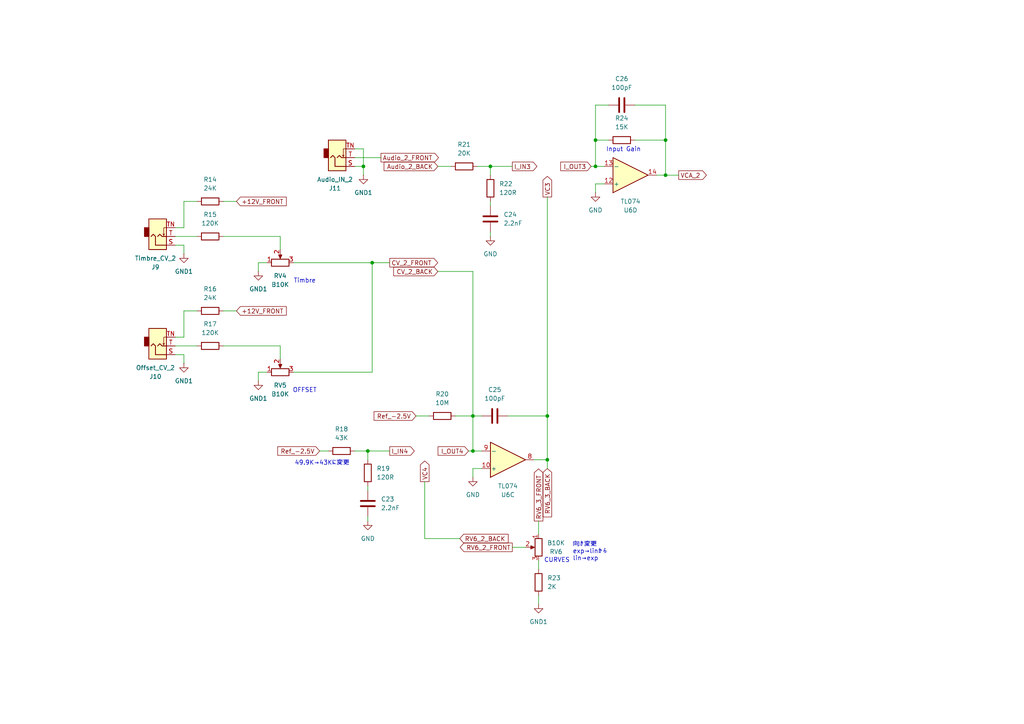
<source format=kicad_sch>
(kicad_sch (version 20250114) (generator "eeschema") (generator_version "9.0")
  (paper "A4")
  (title_block (title "Dual Timbre VCA Section") (date "2025-06-08") (rev "1.1") (company "StudioKAT"))
  (lib_symbols
    (symbol "Amplifier_Operational:TL074" (pin_names (offset 0.127))
      (property "Reference" "U" (at 0 5.08 0))
      (property "Value" "TL074" (at 0 -5.08 0))
      (symbol "TL074_1_1"
        (polyline (pts (xy -5.08 5.08) (xy 5.08 0) (xy -5.08 -5.08) (xy -5.08 5.08)) (stroke (width 0.254)) (fill (type background)))
        (pin input line (at -7.62 2.54 0) (length 2.54) (name "+") (number "3"))
        (pin input line (at -7.62 -2.54 0) (length 2.54) (name "-") (number "2"))
        (pin output line (at 7.62 0 180) (length 2.54) (name "~") (number "1"))
      )
      (symbol "TL074_2_1"
        (polyline (pts (xy -5.08 5.08) (xy 5.08 0) (xy -5.08 -5.08) (xy -5.08 5.08)) (stroke (width 0.254)) (fill (type background)))
        (pin input line (at -7.62 2.54 0) (length 2.54) (name "+") (number "5"))
        (pin input line (at -7.62 -2.54 0) (length 2.54) (name "-") (number "6"))
        (pin output line (at 7.62 0 180) (length 2.54) (name "~") (number "7"))
      )
      (symbol "TL074_3_1"
        (polyline (pts (xy -5.08 5.08) (xy 5.08 0) (xy -5.08 -5.08) (xy -5.08 5.08)) (stroke (width 0.254)) (fill (type background)))
        (pin input line (at -7.62 2.54 0) (length 2.54) (name "+") (number "10"))
        (pin input line (at -7.62 -2.54 0) (length 2.54) (name "-") (number "9"))
        (pin output line (at 7.62 0 180) (length 2.54) (name "~") (number "8"))
      )
      (symbol "TL074_4_1"
        (polyline (pts (xy -5.08 5.08) (xy 5.08 0) (xy -5.08 -5.08) (xy -5.08 5.08)) (stroke (width 0.254)) (fill (type background)))
        (pin input line (at -7.62 2.54 0) (length 2.54) (name "+") (number "12"))
        (pin input line (at -7.62 -2.54 0) (length 2.54) (name "-") (number "13"))
        (pin output line (at 7.62 0 180) (length 2.54) (name "~") (number "14"))
      )
      (symbol "TL074_5_1"
        (pin power_in line (at -2.54 7.62 270) (length 3.81) (name "V+") (number "4"))
        (pin power_in line (at -2.54 -7.62 90) (length 3.81) (name "V-") (number "11"))
      )
    )
    (symbol "Connector_Audio:AudioJack2_SwitchT"
      (property "Reference" "J" (at 0 8.89 0))
      (property "Value" "AudioJack2_SwitchT" (at 0 6.35 0))
      (symbol "AudioJack2_SwitchT_0_1"
        (rectangle (start -2.54 0) (end -3.81 -2.54) (stroke (width 0.254)) (fill (type outline)))
        (polyline (pts (xy 0 0) (xy 0.635 -0.635) (xy 1.27 0) (xy 2.54 0)) (stroke (width 0.254)))
        (polyline (pts (xy 1.778 -0.254) (xy 2.032 -0.762)))
        (rectangle (start 2.54 3.81) (end -2.54 -5.08) (stroke (width 0.254)) (fill (type background)))
        (polyline (pts (xy 2.54 2.54) (xy -0.635 2.54) (xy -0.635 0) (xy -1.27 -0.635) (xy -1.905 0)) (stroke (width 0.254)))
        (polyline (pts (xy 2.54 -2.54) (xy 1.778 -2.54) (xy 1.778 -0.254) (xy 1.524 -0.762)))
      )
      (symbol "AudioJack2_SwitchT_1_1"
        (pin passive line (at 5.08 2.54 180) (length 2.54) (name "~") (number "S"))
        (pin passive line (at 5.08 0 180) (length 2.54) (name "~") (number "T"))
        (pin passive line (at 5.08 -2.54 180) (length 2.54) (name "~") (number "TN"))
      )
    )
    (symbol "Device:C" (pin_numbers (hide yes)) (pin_names (offset 0.254))
      (property "Reference" "C" (at 0.635 2.54 0))
      (property "Value" "C" (at 0.635 -2.54 0))
      (symbol "C_0_1"
        (polyline (pts (xy -2.032 0.762) (xy 2.032 0.762)) (stroke (width 0.508)))
        (polyline (pts (xy -2.032 -0.762) (xy 2.032 -0.762)) (stroke (width 0.508)))
      )
      (symbol "C_1_1"
        (pin passive line (at 0 3.81 270) (length 2.794) (name "~") (number "1"))
        (pin passive line (at 0 -3.81 90) (length 2.794) (name "~") (number "2"))
      )
    )
    (symbol "Device:R" (pin_numbers (hide yes)) (pin_names (offset 0))
      (property "Reference" "R" (at 2.032 0 90))
      (property "Value" "R" (at 0 0 90))
      (symbol "R_0_1"
        (rectangle (start -1.016 -2.54) (end 1.016 2.54) (stroke (width 0.254)))
      )
      (symbol "R_1_1"
        (pin passive line (at 0 3.81 270) (length 1.27) (name "~") (number "1"))
        (pin passive line (at 0 -3.81 90) (length 1.27) (name "~") (number "2"))
      )
    )
    (symbol "Device:R_Potentiometer" (pin_names (offset 1.016) (hide yes))
      (property "Reference" "RV" (at -4.445 0 90))
      (property "Value" "R_Potentiometer" (at -2.54 0 90))
      (symbol "R_Potentiometer_0_1"
        (rectangle (start 1.016 2.54) (end -1.016 -2.54) (stroke (width 0.254)))
        (polyline (pts (xy 1.143 0) (xy 2.286 0.508) (xy 2.286 -0.508) (xy 1.143 0)) (fill (type outline)))
        (polyline (pts (xy 2.54 0) (xy 1.524 0)))
      )
      (symbol "R_Potentiometer_1_1"
        (pin passive line (at 0 3.81 270) (length 1.27) (name "1") (number "1"))
        (pin passive line (at 0 -3.81 90) (length 1.27) (name "3") (number "3"))
        (pin passive line (at 3.81 0 180) (length 1.27) (name "2") (number "2"))
      )
    )
    (symbol "GND_1" (power) (pin_numbers (hide yes)) (pin_names (offset 0) (hide yes))
      (property "Value" "GND" (at 0 -3.81 0))
      (symbol "GND_1_0_1"
        (polyline (pts (xy 0 0) (xy 0 -1.27) (xy 1.27 -1.27) (xy 0 -2.54) (xy -1.27 -1.27) (xy 0 -1.27)))
      )
      (symbol "GND_1_1_1"
        (pin power_in line (at 0 0 270) (length 0) (name "~") (number "1"))
      )
    )
    (symbol "power:GND" (power) (pin_numbers (hide yes)) (pin_names (offset 0) (hide yes))
      (property "Value" "GND" (at 0 -3.81 0))
      (symbol "GND_0_1"
        (polyline (pts (xy 0 0) (xy 0 -1.27) (xy 1.27 -1.27) (xy 0 -2.54) (xy -1.27 -1.27) (xy 0 -1.27)))
      )
      (symbol "GND_1_1"
        (pin power_in line (at 0 0 270) (length 0) (name "~") (number "1"))
      )
    )
    (symbol "power:GND1" (power) (pin_numbers (hide yes)) (pin_names (offset 0) (hide yes))
      (property "Value" "GND1" (at 0 -3.81 0))
      (symbol "GND1_0_1"
        (polyline (pts (xy 0 0) (xy 0 -1.27) (xy 1.27 -1.27) (xy 0 -2.54) (xy -1.27 -1.27) (xy 0 -1.27)))
      )
      (symbol "GND1_1_1"
        (pin power_in line (at 0 0 270) (length 0) (name "~") (number "1"))
      )
    )
  )
  (text "向き変更\nexp→linから\nlin→exp" (at 166.116 160.02 0) (effects (font (size 1.27 1.27)) (justify left)))
  (text "Timbre" (at 88.392 81.534 0) (effects (font (size 1.27 1.27))))
  (text "OFFSET" (at 88.392 113.284 0) (effects (font (size 1.27 1.27))))
  (text "CURVES" (at 161.544 162.56 0) (effects (font (size 1.27 1.27))))
  (text "Input Gain" (at 180.848 43.434 0) (effects (font (size 1.27 1.27))))
  (text "49.9K→43Kに変更" (at 93.472 134.366 0) (effects (font (size 1.27 1.27))))
  (junction (at 107.95 76.2))
  (junction (at 172.72 48.26))
  (junction (at 158.75 120.65))
  (junction (at 172.72 40.64))
  (junction (at 137.16 130.81))
  (junction (at 193.04 50.8))
  (junction (at 105.41 48.26))
  (junction (at 106.68 130.81))
  (junction (at 193.04 40.64))
  (junction (at 142.24 48.26))
  (junction (at 137.16 120.65))
  (junction (at 158.75 133.35))
  (wire (pts (xy 172.72 40.64) (xy 172.72 48.26)))
  (wire (pts (xy 64.77 100.33) (xy 81.28 100.33)))
  (wire (pts (xy 53.34 58.42) (xy 53.34 66.04)))
  (wire (pts (xy 85.09 107.95) (xy 107.95 107.95)))
  (wire (pts (xy 158.75 120.65) (xy 158.75 133.35)))
  (wire (pts (xy 172.72 40.64) (xy 176.53 40.64)))
  (wire (pts (xy 106.68 140.97) (xy 106.68 142.24)))
  (wire (pts (xy 184.15 30.48) (xy 193.04 30.48)))
  (wire (pts (xy 184.15 40.64) (xy 193.04 40.64)))
  (wire (pts (xy 50.8 102.87) (xy 53.34 102.87)))
  (wire (pts (xy 175.26 53.34) (xy 172.72 53.34)))
  (wire (pts (xy 137.16 135.89) (xy 137.16 138.43)))
  (wire (pts (xy 53.34 97.79) (xy 50.8 97.79)))
  (wire (pts (xy 81.28 100.33) (xy 81.28 104.14)))
  (wire (pts (xy 137.16 120.65) (xy 137.16 130.81)))
  (wire (pts (xy 139.7 135.89) (xy 137.16 135.89)))
  (wire (pts (xy 53.34 90.17) (xy 53.34 97.79)))
  (wire (pts (xy 64.77 58.42) (xy 68.58 58.42)))
  (wire (pts (xy 107.95 76.2) (xy 113.03 76.2)))
  (wire (pts (xy 172.72 53.34) (xy 172.72 55.88)))
  (wire (pts (xy 102.87 130.81) (xy 106.68 130.81)))
  (wire (pts (xy 85.09 76.2) (xy 107.95 76.2)))
  (wire (pts (xy 137.16 78.74) (xy 137.16 120.65)))
  (wire (pts (xy 53.34 102.87) (xy 53.34 105.41)))
  (wire (pts (xy 106.68 130.81) (xy 106.68 133.35)))
  (wire (pts (xy 156.21 162.56) (xy 156.21 165.1)))
  (wire (pts (xy 172.72 30.48) (xy 172.72 40.64)))
  (wire (pts (xy 193.04 30.48) (xy 193.04 40.64)))
  (wire (pts (xy 53.34 66.04) (xy 50.8 66.04)))
  (wire (pts (xy 106.68 130.81) (xy 113.03 130.81)))
  (wire (pts (xy 135.89 130.81) (xy 137.16 130.81)))
  (wire (pts (xy 148.59 158.75) (xy 152.4 158.75)))
  (wire (pts (xy 193.04 40.64) (xy 193.04 50.8)))
  (wire (pts (xy 127 78.74) (xy 137.16 78.74)))
  (wire (pts (xy 172.72 48.26) (xy 175.26 48.26)))
  (wire (pts (xy 171.45 48.26) (xy 172.72 48.26)))
  (wire (pts (xy 120.65 120.65) (xy 124.46 120.65)))
  (wire (pts (xy 142.24 58.42) (xy 142.24 59.69)))
  (wire (pts (xy 64.77 68.58) (xy 81.28 68.58)))
  (wire (pts (xy 133.35 156.21) (xy 123.19 156.21)))
  (wire (pts (xy 139.7 120.65) (xy 137.16 120.65)))
  (wire (pts (xy 57.15 58.42) (xy 53.34 58.42)))
  (wire (pts (xy 106.68 149.86) (xy 106.68 151.13)))
  (wire (pts (xy 156.21 172.72) (xy 156.21 175.26)))
  (wire (pts (xy 147.32 120.65) (xy 158.75 120.65)))
  (wire (pts (xy 74.93 107.95) (xy 74.93 110.49)))
  (wire (pts (xy 50.8 68.58) (xy 57.15 68.58)))
  (wire (pts (xy 105.41 48.26) (xy 105.41 50.8)))
  (wire (pts (xy 193.04 50.8) (xy 190.5 50.8)))
  (wire (pts (xy 81.28 68.58) (xy 81.28 72.39)))
  (wire (pts (xy 142.24 48.26) (xy 148.59 48.26)))
  (wire (pts (xy 102.87 48.26) (xy 105.41 48.26)))
  (wire (pts (xy 137.16 130.81) (xy 139.7 130.81)))
  (wire (pts (xy 127 48.26) (xy 130.81 48.26)))
  (wire (pts (xy 92.71 130.81) (xy 95.25 130.81)))
  (wire (pts (xy 102.87 45.72) (xy 110.49 45.72)))
  (wire (pts (xy 77.47 76.2) (xy 74.93 76.2)))
  (wire (pts (xy 74.93 76.2) (xy 74.93 78.74)))
  (wire (pts (xy 53.34 71.12) (xy 53.34 73.66)))
  (wire (pts (xy 102.87 43.18) (xy 105.41 43.18)))
  (wire (pts (xy 158.75 133.35) (xy 158.75 135.89)))
  (wire (pts (xy 156.21 151.13) (xy 156.21 154.94)))
  (wire (pts (xy 107.95 76.2) (xy 107.95 107.95)))
  (wire (pts (xy 64.77 90.17) (xy 68.58 90.17)))
  (wire (pts (xy 193.04 50.8) (xy 196.85 50.8)))
  (wire (pts (xy 142.24 67.31) (xy 142.24 68.58)))
  (wire (pts (xy 138.43 48.26) (xy 142.24 48.26)))
  (wire (pts (xy 77.47 107.95) (xy 74.93 107.95)))
  (wire (pts (xy 176.53 30.48) (xy 172.72 30.48)))
  (wire (pts (xy 105.41 43.18) (xy 105.41 48.26)))
  (wire (pts (xy 57.15 90.17) (xy 53.34 90.17)))
  (wire (pts (xy 142.24 48.26) (xy 142.24 50.8)))
  (wire (pts (xy 158.75 133.35) (xy 154.94 133.35)))
  (wire (pts (xy 50.8 71.12) (xy 53.34 71.12)))
  (wire (pts (xy 123.19 139.7) (xy 123.19 156.21)))
  (wire (pts (xy 132.08 120.65) (xy 137.16 120.65)))
  (wire (pts (xy 158.75 57.15) (xy 158.75 120.65)))
  (wire (pts (xy 50.8 100.33) (xy 57.15 100.33)))
  (global_label "VC3" (shape output) (at 158.75 57.15 90) (property "Intersheetrefs" "${INTERSHEET_REFS}" (effects (hide yes))))
  (global_label "I_OUT3" (shape input) (at 171.45 48.26 180) (property "Intersheetrefs" "${INTERSHEET_REFS}" (effects (hide yes))))
  (global_label "CV_2_BACK" (shape input) (at 127 78.74 180) (property "Intersheetrefs" "${INTERSHEET_REFS}" (effects (hide yes))))
  (global_label "+12V_FRONT" (shape input) (at 68.58 90.17 0) (property "Intersheetrefs" "${INTERSHEET_REFS}" (effects (hide yes))))
  (global_label "Ref_-2.5V" (shape input) (at 120.65 120.65 180) (property "Intersheetrefs" "${INTERSHEET_REFS}" (effects (hide yes))))
  (global_label "CV_2_FRONT" (shape output) (at 113.03 76.2 0) (property "Intersheetrefs" "${INTERSHEET_REFS}" (effects (hide yes))))
  (global_label "I_IN4" (shape output) (at 113.03 130.81 0) (property "Intersheetrefs" "${INTERSHEET_REFS}" (effects (hide yes))))
  (global_label "VC4" (shape output) (at 123.19 139.7 90) (property "Intersheetrefs" "${INTERSHEET_REFS}" (effects (hide yes))))
  (global_label "RV6_3_BACK" (shape input) (at 158.75 135.89 270) (property "Intersheetrefs" "${INTERSHEET_REFS}" (effects (hide yes))))
  (global_label "RV6_3_FRONT" (shape output) (at 156.21 151.13 90) (property "Intersheetrefs" "${INTERSHEET_REFS}" (effects (hide yes))))
  (global_label "Audio_2_BACK" (shape input) (at 127 48.26 180) (property "Intersheetrefs" "${INTERSHEET_REFS}" (effects (hide yes))))
  (global_label "Ref_-2.5V" (shape input) (at 92.71 130.81 180) (property "Intersheetrefs" "${INTERSHEET_REFS}" (effects (hide yes))))
  (global_label "+12V_FRONT" (shape input) (at 68.58 58.42 0) (property "Intersheetrefs" "${INTERSHEET_REFS}" (effects (hide yes))))
  (global_label "I_IN3" (shape output) (at 148.59 48.26 0) (property "Intersheetrefs" "${INTERSHEET_REFS}" (effects (hide yes))))
  (global_label "RV6_2_FRONT" (shape output) (at 148.59 158.75 180) (property "Intersheetrefs" "${INTERSHEET_REFS}" (effects (hide yes))))
  (global_label "Audio_2_FRONT" (shape output) (at 110.49 45.72 0) (property "Intersheetrefs" "${INTERSHEET_REFS}" (effects (hide yes))))
  (global_label "VCA_2" (shape output) (at 196.85 50.8 0) (property "Intersheetrefs" "${INTERSHEET_REFS}" (effects (hide yes))))
  (global_label "I_OUT4" (shape input) (at 135.89 130.81 180) (property "Intersheetrefs" "${INTERSHEET_REFS}" (effects (hide yes))))
  (global_label "RV6_2_BACK" (shape input) (at 133.35 156.21 0) (property "Intersheetrefs" "${INTERSHEET_REFS}" (effects (hide yes))))
  (symbol (lib_id "Device:R_Potentiometer") (at 81.28 76.2 90) (unit 1)
    (property "Reference" "RV4" (at 81.28 80.01 90))
    (property "Value" "B10K" (at 81.28 82.55 90))
    (property "Footprint" "kat_eurorack:Potentiometer_RV09" (effects (hide yes)))
    (property "Description" "Potentiometer" (effects (hide yes)))
  )
  (symbol (lib_id "power:GND1") (at 105.41 50.8 0) (unit 1)
    (property "Reference" "#PWR036" (effects (hide yes)))
    (property "Value" "GND1" (at 105.41 55.88 0))
    (property "Description" "Power symbol creates a global label with name \"GND1\" , ground" (effects (hide yes)))
  )
  (symbol (lib_id "Device:R") (at 134.62 48.26 90) (unit 1)
    (property "Reference" "R21" (at 134.62 41.91 90))
    (property "Value" "20K" (at 134.62 44.45 90))
    (property "Footprint" "Resistor_SMD:R_0402_1005Metric" (effects (hide yes)))
    (property "Description" "Resistor" (effects (hide yes)))
    (property "LCSC" "C25765" (effects (hide yes)))
  )
  (symbol (lib_id "Device:C") (at 143.51 120.65 90) (unit 1)
    (property "Reference" "C25" (at 143.51 113.03 90))
    (property "Value" "100pF" (at 143.51 115.57 90))
    (property "Footprint" "Capacitor_SMD:C_0402_1005Metric" (effects (hide yes)))
    (property "Description" "Unpolarized capacitor" (effects (hide yes)))
    (property "LCSC" "C1546" (effects (hide yes)))
  )
  (symbol (lib_id "Device:R") (at 142.24 54.61 0) (unit 1)
    (property "Reference" "R22" (at 144.78 53.3399 0) (effects (justify left)))
    (property "Value" "120R" (at 144.78 55.8799 0) (effects (justify left)))
    (property "Footprint" "Resistor_SMD:R_0402_1005Metric" (effects (hide yes)))
    (property "Description" "Resistor" (effects (hide yes)))
    (property "LCSC" "C25079" (effects (hide yes)))
  )
  (symbol (lib_id "power:GND1") (at 53.34 73.66 0) (unit 1)
    (property "Reference" "#PWR032" (effects (hide yes)))
    (property "Value" "GND1" (at 53.34 78.74 0))
    (property "Description" "Power symbol creates a global label with name \"GND1\" , ground" (effects (hide yes)))
  )
  (symbol (lib_id "power:GND") (at 106.68 151.13 0) (mirror y) (unit 1)
    (property "Reference" "#PWR037" (effects (hide yes)))
    (property "Value" "GND" (at 106.68 156.21 0))
    (property "Description" "Power symbol creates a global label with name \"GND\" , ground" (effects (hide yes)))
  )
  (symbol (lib_id "Device:R") (at 60.96 90.17 90) (unit 1)
    (property "Reference" "R16" (at 60.96 83.82 90))
    (property "Value" "24K" (at 60.96 86.36 90))
    (property "Footprint" "Resistor_SMD:R_0603_1608Metric_Pad0.98x0.95mm_HandSolder" (effects (hide yes)))
    (property "Description" "Resistor" (effects (hide yes)))
    (property "LCSC" "C23352" (effects (hide yes)))
  )
  (symbol (lib_id "Device:R") (at 60.96 68.58 90) (unit 1)
    (property "Reference" "R15" (at 60.96 62.23 90))
    (property "Value" "120K" (at 60.96 64.77 90))
    (property "Footprint" "Resistor_SMD:R_0603_1608Metric_Pad0.98x0.95mm_HandSolder" (effects (hide yes)))
    (property "Description" "Resistor" (effects (hide yes)))
    (property "LCSC" "C25808" (effects (hide yes)))
  )
  (symbol (lib_id "Device:C") (at 106.68 146.05 0) (unit 1)
    (property "Reference" "C23" (at 110.49 144.7799 0) (effects (justify left)))
    (property "Value" "2.2nF" (at 110.49 147.3199 0) (effects (justify left)))
    (property "Footprint" "Resistor_SMD:R_0805_2012Metric" (effects (hide yes)))
    (property "Description" "Unpolarized capacitor" (effects (hide yes)))
    (property "LCSC" "C28260" (effects (hide yes)))
  )
  (symbol (lib_id "Amplifier_Operational:TL074") (at 147.32 133.35 0) (mirror x) (unit 3)
    (property "Reference" "U6" (at 147.32 143.51 0))
    (property "Value" "TL074" (at 147.32 140.97 0))
    (property "Footprint" "Package_SO:SOIC-14_3.9x8.7mm_P1.27mm" (effects (hide yes)))
    (property "Datasheet" "http://www.ti.com/lit/ds/symlink/tl071.pdf" (effects (hide yes)))
    (property "Description" "Quad Low-Noise JFET-Input Operational Amplifiers, DIP-14/SOIC-14" (effects (hide yes)))
    (property "LCSC" "C6963" (effects (hide yes)))
  )
  (symbol (lib_id "Connector_Audio:AudioJack2_SwitchT") (at 45.72 100.33 0) (mirror x) (unit 1)
    (property "Reference" "J10" (at 45.085 109.22 0))
    (property "Value" "Offset_CV_2" (at 45.085 106.68 0))
    (property "Footprint" "kat_eurorack:AudioJack_PJ301M-12" (effects (hide yes)))
    (property "Description" "Audio Jack, 2 Poles (Mono / TS), Switched T Pole (Normalling)" (effects (hide yes)))
  )
  (symbol (lib_id "Device:R") (at 156.21 168.91 0) (unit 1)
    (property "Reference" "R23" (at 158.75 167.6399 0) (effects (justify left)))
    (property "Value" "2K" (at 158.75 170.1799 0) (effects (justify left)))
    (property "Footprint" "Resistor_SMD:R_0603_1608Metric_Pad0.98x0.95mm_HandSolder" (effects (hide yes)))
    (property "Description" "Resistor" (effects (hide yes)))
    (property "LCSC" "C22975" (effects (hide yes)))
  )
  (symbol (lib_id "power:GND") (at 142.24 68.58 0) (mirror y) (unit 1)
    (property "Reference" "#PWR039" (effects (hide yes)))
    (property "Value" "GND" (at 142.24 73.66 0))
    (property "Description" "Power symbol creates a global label with name \"GND\" , ground" (effects (hide yes)))
  )
  (symbol (lib_id "Device:R") (at 60.96 100.33 90) (unit 1)
    (property "Reference" "R17" (at 60.96 93.98 90))
    (property "Value" "120K" (at 60.96 96.52 90))
    (property "Footprint" "Resistor_SMD:R_0603_1608Metric_Pad0.98x0.95mm_HandSolder" (effects (hide yes)))
    (property "Description" "Resistor" (effects (hide yes)))
    (property "LCSC" "C25808" (effects (hide yes)))
  )
  (symbol (lib_id "Device:R") (at 99.06 130.81 90) (unit 1)
    (property "Reference" "R18" (at 99.06 124.46 90))
    (property "Value" "43K" (at 99.06 127 90))
    (property "Footprint" "Resistor_SMD:R_0603_1608Metric_Pad0.98x0.95mm_HandSolder" (effects (hide yes)))
    (property "Description" "Resistor" (effects (hide yes)))
    (property "LCSC" "C23172" (effects (hide yes)))
  )
  (symbol (lib_name "GND_1") (lib_id "power:GND") (at 137.16 138.43 0) (unit 1)
    (property "Reference" "#PWR038" (effects (hide yes)))
    (property "Value" "GND" (at 137.16 143.51 0))
    (property "Description" "Power symbol creates a global label with name \"GND\" , ground" (effects (hide yes)))
  )
  (symbol (lib_id "power:GND1") (at 53.34 105.41 0) (unit 1)
    (property "Reference" "#PWR033" (effects (hide yes)))
    (property "Value" "GND1" (at 53.34 110.49 0))
    (property "Description" "Power symbol creates a global label with name \"GND1\" , ground" (effects (hide yes)))
  )
  (symbol (lib_id "Device:R_Potentiometer") (at 81.28 107.95 90) (unit 1)
    (property "Reference" "RV5" (at 81.28 111.76 90))
    (property "Value" "B10K" (at 81.28 114.3 90))
    (property "Footprint" "kat_eurorack:Potentiometer_RV09" (effects (hide yes)))
    (property "Description" "Potentiometer" (effects (hide yes)))
  )
  (symbol (lib_id "Device:R") (at 128.27 120.65 90) (unit 1)
    (property "Reference" "R20" (at 128.27 114.3 90))
    (property "Value" "10M" (at 128.27 116.84 90))
    (property "Footprint" "Resistor_SMD:R_0402_1005Metric" (effects (hide yes)))
    (property "Description" "Resistor" (effects (hide yes)))
    (property "LCSC" "C26082" (effects (hide yes)))
  )
  (symbol (lib_id "power:GND1") (at 74.93 110.49 0) (unit 1)
    (property "Reference" "#PWR035" (effects (hide yes)))
    (property "Value" "GND1" (at 74.93 115.57 0))
    (property "Description" "Power symbol creates a global label with name \"GND1\" , ground" (effects (hide yes)))
  )
  (symbol (lib_id "power:GND1") (at 74.93 78.74 0) (unit 1)
    (property "Reference" "#PWR034" (effects (hide yes)))
    (property "Value" "GND1" (at 74.93 83.82 0))
    (property "Description" "Power symbol creates a global label with name \"GND1\" , ground" (effects (hide yes)))
  )
  (symbol (lib_id "Device:R_Potentiometer") (at 156.21 158.75 0) (mirror y) (unit 1)
    (property "Reference" "RV6" (at 161.29 160.02 0))
    (property "Value" "B10K" (at 161.29 157.48 0))
    (property "Footprint" "kat_eurorack:Potentiometer_RV09" (effects (hide yes)))
    (property "Description" "Potentiometer" (effects (hide yes)))
  )
  (symbol (lib_id "Device:C") (at 180.34 30.48 90) (unit 1)
    (property "Reference" "C26" (at 180.34 22.86 90))
    (property "Value" "100pF" (at 180.34 25.4 90))
    (property "Footprint" "Capacitor_SMD:C_0402_1005Metric" (effects (hide yes)))
    (property "Description" "Unpolarized capacitor" (effects (hide yes)))
    (property "LCSC" "C1546" (effects (hide yes)))
  )
  (symbol (lib_name "GND_1") (lib_id "power:GND") (at 172.72 55.88 0) (unit 1)
    (property "Reference" "#PWR041" (effects (hide yes)))
    (property "Value" "GND" (at 172.72 60.96 0))
    (property "Description" "Power symbol creates a global label with name \"GND\" , ground" (effects (hide yes)))
  )
  (symbol (lib_id "Connector_Audio:AudioJack2_SwitchT") (at 97.79 45.72 0) (mirror x) (unit 1)
    (property "Reference" "J11" (at 97.155 54.61 0))
    (property "Value" "Audio_IN_2" (at 97.155 52.07 0))
    (property "Footprint" "kat_eurorack:AudioJack_PJ301M-12" (effects (hide yes)))
    (property "Description" "Audio Jack, 2 Poles (Mono / TS), Switched T Pole (Normalling)" (effects (hide yes)))
  )
  (symbol (lib_id "Amplifier_Operational:TL074") (at 182.88 50.8 0) (mirror x) (unit 4)
    (property "Reference" "U6" (at 182.88 60.96 0))
    (property "Value" "TL074" (at 182.88 58.42 0))
    (property "Footprint" "Package_SO:SOIC-14_3.9x8.7mm_P1.27mm" (effects (hide yes)))
    (property "Datasheet" "http://www.ti.com/lit/ds/symlink/tl071.pdf" (effects (hide yes)))
    (property "Description" "Quad Low-Noise JFET-Input Operational Amplifiers, DIP-14/SOIC-14" (effects (hide yes)))
    (property "LCSC" "C6963" (effects (hide yes)))
  )
  (symbol (lib_id "Device:R") (at 106.68 137.16 0) (unit 1)
    (property "Reference" "R19" (at 109.22 135.8899 0) (effects (justify left)))
    (property "Value" "120R" (at 109.22 138.4299 0) (effects (justify left)))
    (property "Footprint" "Resistor_SMD:R_0402_1005Metric" (effects (hide yes)))
    (property "Description" "Resistor" (effects (hide yes)))
    (property "LCSC" "C25079" (effects (hide yes)))
  )
  (symbol (lib_id "power:GND1") (at 156.21 175.26 0) (unit 1)
    (property "Reference" "#PWR040" (effects (hide yes)))
    (property "Value" "GND1" (at 156.21 180.34 0))
    (property "Description" "Power symbol creates a global label with name \"GND1\" , ground" (effects (hide yes)))
  )
  (symbol (lib_id "Device:R") (at 180.34 40.64 90) (unit 1)
    (property "Reference" "R24" (at 180.34 34.29 90))
    (property "Value" "15K" (at 180.34 36.83 90))
    (property "Footprint" "Resistor_SMD:R_0603_1608Metric_Pad0.98x0.95mm_HandSolder" (effects (hide yes)))
    (property "Description" "Resistor" (effects (hide yes)))
    (property "LCSC" "C22809" (effects (hide yes)))
  )
  (symbol (lib_id "Device:R") (at 60.96 58.42 90) (unit 1)
    (property "Reference" "R14" (at 60.96 52.07 90))
    (property "Value" "24K" (at 60.96 54.61 90))
    (property "Footprint" "Resistor_SMD:R_0603_1608Metric_Pad0.98x0.95mm_HandSolder" (effects (hide yes)))
    (property "Description" "Resistor" (effects (hide yes)))
    (property "LCSC" "C23352" (effects (hide yes)))
  )
  (symbol (lib_id "Device:C") (at 142.24 63.5 0) (unit 1)
    (property "Reference" "C24" (at 146.05 62.2299 0) (effects (justify left)))
    (property "Value" "2.2nF" (at 146.05 64.7699 0) (effects (justify left)))
    (property "Footprint" "Resistor_SMD:R_0805_2012Metric" (effects (hide yes)))
    (property "Description" "Unpolarized capacitor" (effects (hide yes)))
    (property "LCSC" "C28260" (effects (hide yes)))
  )
  (symbol (lib_id "Connector_Audio:AudioJack2_SwitchT") (at 45.72 68.58 0) (mirror x) (unit 1)
    (property "Reference" "J9" (at 45.085 77.47 0))
    (property "Value" "Timbre_CV_2" (at 45.085 74.93 0))
    (property "Footprint" "kat_eurorack:AudioJack_PJ301M-12" (effects (hide yes)))
    (property "Description" "Audio Jack, 2 Poles (Mono / TS), Switched T Pole (Normalling)" (effects (hide yes)))
  )
)
</source>
